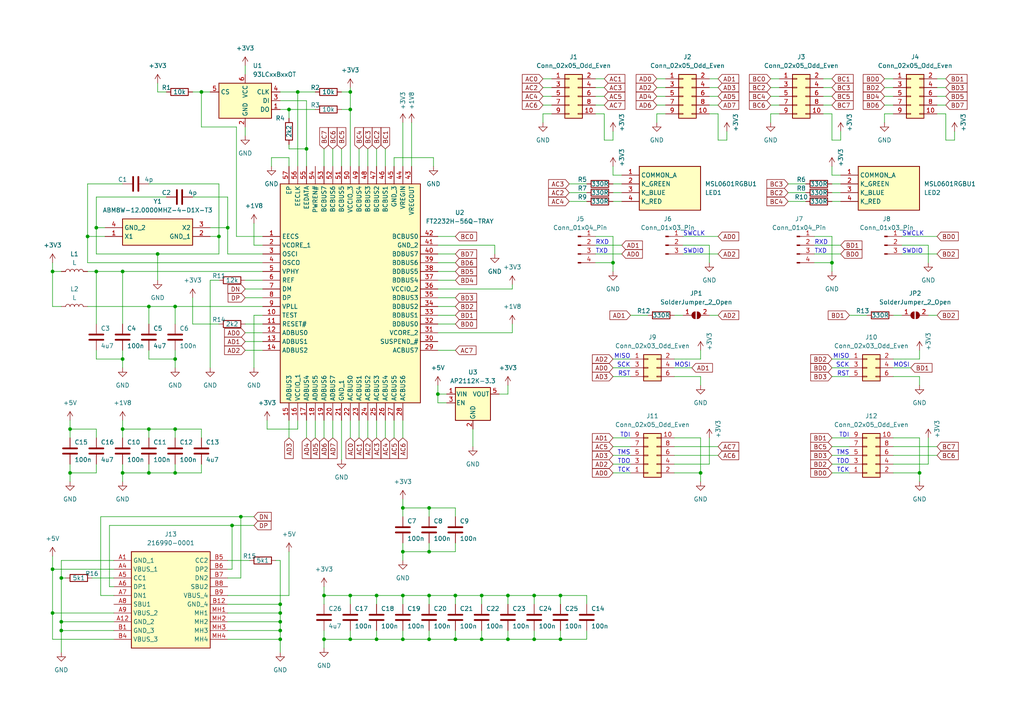
<source format=kicad_sch>
(kicad_sch (version 20230121) (generator eeschema)
  (paper "A4")
  (title_block (title "FTDI debug probe") (date "2023-07-19"))
  (junction (at 81.28 180.34))
  (junction (at 81.28 182.88))
  (junction (at 139.7 185.42))
  (junction (at 20.32 137.16))
  (junction (at 50.8 104.14))
  (junction (at 154.94 185.42))
  (junction (at 17.78 182.88))
  (junction (at 43.18 124.46))
  (junction (at 15.24 165.1))
  (junction (at 88.9 43.18))
  (junction (at 35.56 78.74))
  (junction (at 139.7 172.72))
  (junction (at 241.3 76.2))
  (junction (at 45.72 73.66))
  (junction (at 15.24 78.74))
  (junction (at 81.28 177.8))
  (junction (at 93.98 172.72))
  (junction (at 124.46 160.02))
  (junction (at 81.28 175.26))
  (junction (at 50.8 124.46))
  (junction (at 66.04 66.04))
  (junction (at 109.22 172.72))
  (junction (at 116.84 147.32))
  (junction (at 116.84 160.02))
  (junction (at 101.6 172.72))
  (junction (at 93.98 185.42))
  (junction (at 25.4 68.58))
  (junction (at 116.84 172.72))
  (junction (at 101.6 26.67))
  (junction (at 266.7 137.16))
  (junction (at 69.85 149.86))
  (junction (at 162.56 185.42))
  (junction (at 101.6 185.42))
  (junction (at 20.32 124.46))
  (junction (at 147.32 172.72))
  (junction (at 17.78 167.64))
  (junction (at 67.31 152.4))
  (junction (at 116.84 185.42))
  (junction (at 50.8 137.16))
  (junction (at 109.22 185.42))
  (junction (at 177.8 76.2))
  (junction (at 58.42 26.67))
  (junction (at 124.46 172.72))
  (junction (at 27.94 78.74))
  (junction (at 162.56 172.72))
  (junction (at 86.36 26.67))
  (junction (at 101.6 31.75))
  (junction (at 35.56 104.14))
  (junction (at 154.94 172.72))
  (junction (at 27.94 66.04))
  (junction (at 132.08 185.42))
  (junction (at 203.2 137.16))
  (junction (at 147.32 185.42))
  (junction (at 63.5 68.58))
  (junction (at 132.08 172.72))
  (junction (at 127 114.3))
  (junction (at 35.56 137.16))
  (junction (at 43.18 88.9))
  (junction (at 124.46 147.32))
  (junction (at 83.82 31.75))
  (junction (at 35.56 124.46))
  (junction (at 81.28 185.42))
  (junction (at 15.24 177.8))
  (junction (at 17.78 180.34))
  (junction (at 50.8 88.9))
  (junction (at 43.18 137.16))
  (junction (at 124.46 185.42))
  (wire (pts (xy 276.86 40.64) (xy 274.32 40.64)))
  (wire (pts (xy 170.18 172.72) (xy 170.18 175.26)))
  (wire (pts (xy 256.54 27.94) (xy 259.08 27.94)))
  (wire (pts (xy 83.82 41.91) (xy 83.82 43.18)))
  (wire (pts (xy 58.42 36.83) (xy 68.58 36.83)))
  (wire (pts (xy 116.84 144.78) (xy 116.84 147.32)))
  (wire (pts (xy 170.18 185.42) (xy 162.56 185.42)))
  (wire (pts (xy 259.08 127) (xy 266.7 127)))
  (wire (pts (xy 33.02 177.8) (xy 15.24 177.8)))
  (wire (pts (xy 99.06 43.18) (xy 99.06 48.26)))
  (wire (pts (xy 81.28 182.88) (xy 81.28 185.42)))
  (wire (pts (xy 109.22 172.72) (xy 109.22 175.26)))
  (wire (pts (xy 205.74 22.86) (xy 208.28 22.86)))
  (wire (pts (xy 26.67 167.64) (xy 33.02 167.64)))
  (wire (pts (xy 81.28 26.67) (xy 86.36 26.67)))
  (wire (pts (xy 83.82 34.29) (xy 83.82 31.75)))
  (wire (pts (xy 274.32 22.86) (xy 271.78 22.86)))
  (wire (pts (xy 17.78 182.88) (xy 33.02 182.88)))
  (wire (pts (xy 175.26 40.64) (xy 175.26 33.02)))
  (wire (pts (xy 43.18 134.62) (xy 43.18 137.16)))
  (wire (pts (xy 71.12 81.28) (xy 76.2 81.28)))
  (wire (pts (xy 148.59 83.82) (xy 148.59 82.55)))
  (wire (pts (xy 35.56 78.74) (xy 35.56 93.98)))
  (wire (pts (xy 81.28 180.34) (xy 81.28 182.88)))
  (wire (pts (xy 259.08 129.54) (xy 271.78 129.54)))
  (wire (pts (xy 101.6 182.88) (xy 101.6 185.42)))
  (wire (pts (xy 274.32 30.48) (xy 271.78 30.48)))
  (wire (pts (xy 132.08 147.32) (xy 124.46 147.32)))
  (wire (pts (xy 96.52 121.92) (xy 96.52 127)))
  (wire (pts (xy 170.18 172.72) (xy 162.56 172.72)))
  (wire (pts (xy 180.34 50.8) (xy 177.8 50.8)))
  (wire (pts (xy 86.36 124.46) (xy 86.36 121.92)))
  (wire (pts (xy 116.84 182.88) (xy 116.84 185.42)))
  (wire (pts (xy 256.54 25.4) (xy 259.08 25.4)))
  (wire (pts (xy 25.4 78.74) (xy 27.94 78.74)))
  (wire (pts (xy 124.46 175.26) (xy 124.46 172.72)))
  (wire (pts (xy 228.6 53.34) (xy 233.68 53.34)))
  (wire (pts (xy 132.08 172.72) (xy 124.46 172.72)))
  (wire (pts (xy 63.5 81.28) (xy 60.96 81.28)))
  (wire (pts (xy 160.02 33.02) (xy 157.48 33.02)))
  (wire (pts (xy 154.94 185.42) (xy 147.32 185.42)))
  (wire (pts (xy 172.72 30.48) (xy 175.26 30.48)))
  (wire (pts (xy 190.5 25.4) (xy 193.04 25.4)))
  (wire (pts (xy 157.48 30.48) (xy 160.02 30.48)))
  (wire (pts (xy 147.32 182.88) (xy 147.32 185.42)))
  (wire (pts (xy 165.1 53.34) (xy 170.18 53.34)))
  (wire (pts (xy 226.06 30.48) (xy 223.52 30.48)))
  (wire (pts (xy 68.58 68.58) (xy 76.2 68.58)))
  (wire (pts (xy 77.47 121.92) (xy 77.47 124.46)))
  (wire (pts (xy 27.94 57.15) (xy 27.94 66.04)))
  (wire (pts (xy 195.58 132.08) (xy 208.28 132.08)))
  (wire (pts (xy 101.6 31.75) (xy 101.6 48.26)))
  (wire (pts (xy 66.04 182.88) (xy 81.28 182.88)))
  (wire (pts (xy 236.22 71.12) (xy 243.84 71.12)))
  (wire (pts (xy 63.5 73.66) (xy 63.5 68.58)))
  (wire (pts (xy 266.7 109.22) (xy 266.7 111.76)))
  (wire (pts (xy 241.3 129.54) (xy 246.38 129.54)))
  (wire (pts (xy 241.3 109.22) (xy 246.38 109.22)))
  (wire (pts (xy 236.22 76.2) (xy 241.3 76.2)))
  (wire (pts (xy 66.04 180.34) (xy 81.28 180.34)))
  (wire (pts (xy 210.82 40.64) (xy 208.28 40.64)))
  (wire (pts (xy 45.72 24.13) (xy 45.72 26.67)))
  (wire (pts (xy 127 76.2) (xy 132.08 76.2)))
  (wire (pts (xy 266.7 127) (xy 266.7 137.16)))
  (wire (pts (xy 60.96 81.28) (xy 60.96 106.68)))
  (wire (pts (xy 73.66 91.44) (xy 76.2 91.44)))
  (wire (pts (xy 241.3 53.34) (xy 243.84 53.34)))
  (wire (pts (xy 226.06 33.02) (xy 223.52 33.02)))
  (wire (pts (xy 76.2 71.12) (xy 73.66 71.12)))
  (wire (pts (xy 27.94 104.14) (xy 35.56 104.14)))
  (wire (pts (xy 81.28 162.56) (xy 81.28 175.26)))
  (wire (pts (xy 91.44 121.92) (xy 91.44 127)))
  (wire (pts (xy 83.82 172.72) (xy 83.82 160.02)))
  (wire (pts (xy 154.94 172.72) (xy 147.32 172.72)))
  (wire (pts (xy 30.48 66.04) (xy 27.94 66.04)))
  (wire (pts (xy 172.72 76.2) (xy 177.8 76.2)))
  (wire (pts (xy 58.42 124.46) (xy 50.8 124.46)))
  (wire (pts (xy 157.48 33.02) (xy 157.48 35.56)))
  (wire (pts (xy 50.8 124.46) (xy 50.8 127)))
  (wire (pts (xy 33.02 165.1) (xy 15.24 165.1)))
  (wire (pts (xy 20.32 134.62) (xy 20.32 137.16)))
  (wire (pts (xy 129.54 116.84) (xy 127 116.84)))
  (wire (pts (xy 31.75 152.4) (xy 67.31 152.4)))
  (wire (pts (xy 31.75 170.18) (xy 31.75 152.4)))
  (wire (pts (xy 127 116.84) (xy 127 114.3)))
  (wire (pts (xy 71.12 101.6) (xy 76.2 101.6)))
  (wire (pts (xy 25.4 53.34) (xy 25.4 68.58)))
  (wire (pts (xy 88.9 43.18) (xy 88.9 48.26)))
  (wire (pts (xy 96.52 43.18) (xy 96.52 48.26)))
  (wire (pts (xy 17.78 78.74) (xy 15.24 78.74)))
  (wire (pts (xy 177.8 109.22) (xy 182.88 109.22)))
  (wire (pts (xy 93.98 43.18) (xy 93.98 48.26)))
  (wire (pts (xy 228.6 55.88) (xy 233.68 55.88)))
  (wire (pts (xy 170.18 182.88) (xy 170.18 185.42)))
  (wire (pts (xy 83.82 45.72) (xy 78.74 45.72)))
  (wire (pts (xy 45.72 73.66) (xy 63.5 73.66)))
  (wire (pts (xy 111.76 43.18) (xy 111.76 48.26)))
  (wire (pts (xy 241.3 50.8) (xy 241.3 48.26)))
  (wire (pts (xy 63.5 53.34) (xy 63.5 68.58)))
  (wire (pts (xy 190.5 22.86) (xy 193.04 22.86)))
  (wire (pts (xy 58.42 26.67) (xy 60.96 26.67)))
  (wire (pts (xy 83.82 121.92) (xy 83.82 127)))
  (wire (pts (xy 15.24 88.9) (xy 15.24 78.74)))
  (wire (pts (xy 243.84 38.1) (xy 243.84 40.64)))
  (wire (pts (xy 43.18 124.46) (xy 35.56 124.46)))
  (wire (pts (xy 45.72 81.28) (xy 45.72 73.66)))
  (wire (pts (xy 132.08 182.88) (xy 132.08 185.42)))
  (wire (pts (xy 81.28 175.26) (xy 81.28 177.8)))
  (wire (pts (xy 116.84 185.42) (xy 109.22 185.42)))
  (wire (pts (xy 43.18 88.9) (xy 50.8 88.9)))
  (wire (pts (xy 177.8 106.68) (xy 182.88 106.68)))
  (wire (pts (xy 172.72 68.58) (xy 177.8 68.58)))
  (wire (pts (xy 139.7 172.72) (xy 139.7 175.26)))
  (wire (pts (xy 35.56 78.74) (xy 76.2 78.74)))
  (wire (pts (xy 71.12 19.05) (xy 71.12 21.59)))
  (wire (pts (xy 259.08 109.22) (xy 266.7 109.22)))
  (wire (pts (xy 205.74 134.62) (xy 195.58 134.62)))
  (wire (pts (xy 124.46 185.42) (xy 116.84 185.42)))
  (wire (pts (xy 147.32 114.3) (xy 144.78 114.3)))
  (wire (pts (xy 93.98 175.26) (xy 93.98 172.72)))
  (wire (pts (xy 15.24 177.8) (xy 15.24 165.1)))
  (wire (pts (xy 17.78 162.56) (xy 33.02 162.56)))
  (wire (pts (xy 165.1 58.42) (xy 170.18 58.42)))
  (wire (pts (xy 200.66 106.68) (xy 195.58 106.68)))
  (wire (pts (xy 266.7 101.6) (xy 266.7 104.14)))
  (wire (pts (xy 195.58 137.16) (xy 203.2 137.16)))
  (wire (pts (xy 19.05 167.64) (xy 17.78 167.64)))
  (wire (pts (xy 137.16 124.46) (xy 137.16 129.54)))
  (wire (pts (xy 50.8 88.9) (xy 50.8 93.98)))
  (wire (pts (xy 66.04 57.15) (xy 66.04 66.04)))
  (wire (pts (xy 27.94 137.16) (xy 20.32 137.16)))
  (wire (pts (xy 69.85 167.64) (xy 66.04 167.64)))
  (wire (pts (xy 116.84 172.72) (xy 116.84 175.26)))
  (wire (pts (xy 241.3 58.42) (xy 243.84 58.42)))
  (wire (pts (xy 241.3 27.94) (xy 238.76 27.94)))
  (wire (pts (xy 48.26 57.15) (xy 27.94 57.15)))
  (wire (pts (xy 143.51 71.12) (xy 127 71.12)))
  (wire (pts (xy 195.58 129.54) (xy 208.28 129.54)))
  (wire (pts (xy 25.4 68.58) (xy 30.48 68.58)))
  (wire (pts (xy 124.46 172.72) (xy 116.84 172.72)))
  (wire (pts (xy 27.94 73.66) (xy 45.72 73.66)))
  (wire (pts (xy 236.22 73.66) (xy 243.84 73.66)))
  (wire (pts (xy 143.51 73.66) (xy 143.51 71.12)))
  (wire (pts (xy 127 93.98) (xy 132.08 93.98)))
  (wire (pts (xy 195.58 91.44) (xy 198.12 91.44)))
  (wire (pts (xy 241.3 104.14) (xy 246.38 104.14)))
  (wire (pts (xy 203.2 104.14) (xy 195.58 104.14)))
  (wire (pts (xy 139.7 182.88) (xy 139.7 185.42)))
  (wire (pts (xy 45.72 26.67) (xy 48.26 26.67)))
  (wire (pts (xy 106.68 43.18) (xy 106.68 48.26)))
  (wire (pts (xy 198.12 71.12) (xy 205.74 71.12)))
  (wire (pts (xy 50.8 88.9) (xy 76.2 88.9)))
  (wire (pts (xy 93.98 185.42) (xy 93.98 187.96)))
  (wire (pts (xy 111.76 121.92) (xy 111.76 127)))
  (wire (pts (xy 241.3 137.16) (xy 246.38 137.16)))
  (wire (pts (xy 81.28 31.75) (xy 83.82 31.75)))
  (wire (pts (xy 101.6 121.92) (xy 101.6 127)))
  (wire (pts (xy 58.42 127) (xy 58.42 124.46)))
  (wire (pts (xy 69.85 149.86) (xy 73.66 149.86)))
  (wire (pts (xy 88.9 29.21) (xy 88.9 43.18)))
  (wire (pts (xy 274.32 33.02) (xy 271.78 33.02)))
  (wire (pts (xy 93.98 170.18) (xy 93.98 172.72)))
  (wire (pts (xy 116.84 160.02) (xy 124.46 160.02)))
  (wire (pts (xy 223.52 33.02) (xy 223.52 35.56)))
  (wire (pts (xy 276.86 38.1) (xy 276.86 40.64)))
  (wire (pts (xy 177.8 134.62) (xy 182.88 134.62)))
  (wire (pts (xy 157.48 22.86) (xy 160.02 22.86)))
  (wire (pts (xy 125.73 48.26) (xy 125.73 45.72)))
  (wire (pts (xy 177.8 129.54) (xy 182.88 129.54)))
  (wire (pts (xy 66.04 172.72) (xy 83.82 172.72)))
  (wire (pts (xy 241.3 30.48) (xy 238.76 30.48)))
  (wire (pts (xy 50.8 134.62) (xy 50.8 137.16)))
  (wire (pts (xy 67.31 152.4) (xy 73.66 152.4)))
  (wire (pts (xy 264.16 106.68) (xy 259.08 106.68)))
  (wire (pts (xy 124.46 147.32) (xy 124.46 149.86)))
  (wire (pts (xy 148.59 96.52) (xy 127 96.52)))
  (wire (pts (xy 241.3 25.4) (xy 238.76 25.4)))
  (wire (pts (xy 50.8 104.14) (xy 50.8 106.68)))
  (wire (pts (xy 20.32 137.16) (xy 20.32 139.7)))
  (wire (pts (xy 127 88.9) (xy 132.08 88.9)))
  (wire (pts (xy 114.3 121.92) (xy 114.3 127)))
  (wire (pts (xy 83.82 31.75) (xy 91.44 31.75)))
  (wire (pts (xy 17.78 88.9) (xy 15.24 88.9)))
  (wire (pts (xy 35.56 137.16) (xy 35.56 139.7)))
  (wire (pts (xy 17.78 180.34) (xy 17.78 182.88)))
  (wire (pts (xy 77.47 124.46) (xy 86.36 124.46)))
  (wire (pts (xy 17.78 167.64) (xy 17.78 180.34)))
  (wire (pts (xy 55.88 57.15) (xy 66.04 57.15)))
  (wire (pts (xy 29.21 172.72) (xy 29.21 149.86)))
  (wire (pts (xy 241.3 40.64) (xy 241.3 33.02)))
  (wire (pts (xy 81.28 177.8) (xy 81.28 180.34)))
  (wire (pts (xy 205.74 25.4) (xy 208.28 25.4)))
  (wire (pts (xy 157.48 27.94) (xy 160.02 27.94)))
  (wire (pts (xy 27.94 124.46) (xy 20.32 124.46)))
  (wire (pts (xy 124.46 147.32) (xy 116.84 147.32)))
  (wire (pts (xy 101.6 26.67) (xy 101.6 31.75)))
  (wire (pts (xy 148.59 93.98) (xy 148.59 96.52)))
  (wire (pts (xy 109.22 172.72) (xy 101.6 172.72)))
  (wire (pts (xy 66.04 175.26) (xy 81.28 175.26)))
  (wire (pts (xy 104.14 43.18) (xy 104.14 48.26)))
  (wire (pts (xy 68.58 36.83) (xy 68.58 68.58)))
  (wire (pts (xy 177.8 127) (xy 182.88 127)))
  (wire (pts (xy 43.18 137.16) (xy 35.56 137.16)))
  (wire (pts (xy 203.2 127) (xy 203.2 137.16)))
  (wire (pts (xy 58.42 26.67) (xy 58.42 36.83)))
  (wire (pts (xy 55.88 26.67) (xy 58.42 26.67)))
  (wire (pts (xy 43.18 101.6) (xy 43.18 104.14)))
  (wire (pts (xy 15.24 185.42) (xy 15.24 177.8)))
  (wire (pts (xy 190.5 30.48) (xy 193.04 30.48)))
  (wire (pts (xy 139.7 185.42) (xy 132.08 185.42)))
  (wire (pts (xy 172.72 71.12) (xy 180.34 71.12)))
  (wire (pts (xy 157.48 25.4) (xy 160.02 25.4)))
  (wire (pts (xy 25.4 88.9) (xy 43.18 88.9)))
  (wire (pts (xy 15.24 165.1) (xy 15.24 161.29)))
  (wire (pts (xy 175.26 33.02) (xy 172.72 33.02)))
  (wire (pts (xy 67.31 152.4) (xy 67.31 165.1)))
  (wire (pts (xy 69.85 149.86) (xy 69.85 167.64)))
  (wire (pts (xy 106.68 121.92) (xy 106.68 127)))
  (wire (pts (xy 17.78 167.64) (xy 17.78 162.56)))
  (wire (pts (xy 20.32 124.46) (xy 20.32 127)))
  (wire (pts (xy 66.04 162.56) (xy 72.39 162.56)))
  (wire (pts (xy 172.72 25.4) (xy 175.26 25.4)))
  (wire (pts (xy 190.5 27.94) (xy 193.04 27.94)))
  (wire (pts (xy 67.31 165.1) (xy 66.04 165.1)))
  (wire (pts (xy 172.72 22.86) (xy 175.26 22.86)))
  (wire (pts (xy 35.56 101.6) (xy 35.56 104.14)))
  (wire (pts (xy 226.06 22.86) (xy 223.52 22.86)))
  (wire (pts (xy 20.32 121.92) (xy 20.32 124.46)))
  (wire (pts (xy 269.24 134.62) (xy 259.08 134.62)))
  (wire (pts (xy 241.3 127) (xy 246.38 127)))
  (wire (pts (xy 228.6 58.42) (xy 233.68 58.42)))
  (wire (pts (xy 274.32 25.4) (xy 271.78 25.4)))
  (wire (pts (xy 35.56 78.74) (xy 27.94 78.74)))
  (wire (pts (xy 17.78 180.34) (xy 33.02 180.34)))
  (wire (pts (xy 127 91.44) (xy 132.08 91.44)))
  (wire (pts (xy 119.38 35.56) (xy 119.38 48.26)))
  (wire (pts (xy 208.28 33.02) (xy 205.74 33.02)))
  (wire (pts (xy 259.08 137.16) (xy 266.7 137.16)))
  (wire (pts (xy 50.8 101.6) (xy 50.8 104.14)))
  (wire (pts (xy 43.18 93.98) (xy 43.18 88.9)))
  (wire (pts (xy 27.94 127) (xy 27.94 124.46)))
  (wire (pts (xy 195.58 127) (xy 203.2 127)))
  (wire (pts (xy 116.84 121.92) (xy 116.84 127)))
  (wire (pts (xy 63.5 68.58) (xy 60.96 68.58)))
  (wire (pts (xy 172.72 73.66) (xy 180.34 73.66)))
  (wire (pts (xy 210.82 38.1) (xy 210.82 40.64)))
  (wire (pts (xy 93.98 172.72) (xy 101.6 172.72)))
  (wire (pts (xy 147.32 185.42) (xy 139.7 185.42)))
  (wire (pts (xy 154.94 182.88) (xy 154.94 185.42)))
  (wire (pts (xy 261.62 68.58) (xy 271.78 68.58)))
  (wire (pts (xy 132.08 160.02) (xy 132.08 157.48)))
  (wire (pts (xy 162.56 182.88) (xy 162.56 185.42)))
  (wire (pts (xy 190.5 33.02) (xy 190.5 35.56)))
  (wire (pts (xy 162.56 172.72) (xy 154.94 172.72)))
  (wire (pts (xy 27.94 134.62) (xy 27.94 137.16)))
  (wire (pts (xy 66.04 66.04) (xy 60.96 66.04)))
  (wire (pts (xy 99.06 26.67) (xy 101.6 26.67)))
  (wire (pts (xy 99.06 31.75) (xy 101.6 31.75)))
  (wire (pts (xy 208.28 40.64) (xy 208.28 33.02)))
  (wire (pts (xy 81.28 185.42) (xy 81.28 189.23)))
  (wire (pts (xy 76.2 76.2) (xy 25.4 76.2)))
  (wire (pts (xy 177.8 132.08) (xy 182.88 132.08)))
  (wire (pts (xy 35.56 134.62) (xy 35.56 137.16)))
  (wire (pts (xy 116.84 35.56) (xy 116.84 48.26)))
  (wire (pts (xy 101.6 172.72) (xy 101.6 175.26)))
  (wire (pts (xy 33.02 185.42) (xy 15.24 185.42)))
  (wire (pts (xy 269.24 71.12) (xy 269.24 76.2)))
  (wire (pts (xy 33.02 172.72) (xy 29.21 172.72)))
  (wire (pts (xy 104.14 121.92) (xy 104.14 127)))
  (wire (pts (xy 55.88 86.36) (xy 55.88 93.98)))
  (wire (pts (xy 243.84 50.8) (xy 241.3 50.8)))
  (wire (pts (xy 66.04 73.66) (xy 76.2 73.66)))
  (wire (pts (xy 127 111.76) (xy 127 114.3)))
  (wire (pts (xy 241.3 55.88) (xy 243.84 55.88)))
  (wire (pts (xy 241.3 22.86) (xy 238.76 22.86)))
  (wire (pts (xy 261.62 71.12) (xy 269.24 71.12)))
  (wire (pts (xy 93.98 182.88) (xy 93.98 185.42)))
  (wire (pts (xy 147.32 172.72) (xy 147.32 175.26)))
  (wire (pts (xy 193.04 33.02) (xy 190.5 33.02)))
  (wire (pts (xy 205.74 71.12) (xy 205.74 76.2)))
  (wire (pts (xy 78.74 45.72) (xy 78.74 48.26)))
  (wire (pts (xy 226.06 25.4) (xy 223.52 25.4)))
  (wire (pts (xy 81.28 29.21) (xy 88.9 29.21)))
  (wire (pts (xy 127 86.36) (xy 132.08 86.36)))
  (wire (pts (xy 17.78 182.88) (xy 17.78 189.23)))
  (wire (pts (xy 15.24 78.74) (xy 15.24 76.2)))
  (wire (pts (xy 203.2 101.6) (xy 203.2 104.14)))
  (wire (pts (xy 241.3 76.2) (xy 241.3 78.74)))
  (wire (pts (xy 177.8 38.1) (xy 177.8 40.64)))
  (wire (pts (xy 71.12 83.82) (xy 76.2 83.82)))
  (wire (pts (xy 109.22 121.92) (xy 109.22 127)))
  (wire (pts (xy 177.8 40.64) (xy 175.26 40.64)))
  (wire (pts (xy 266.7 104.14) (xy 259.08 104.14)))
  (wire (pts (xy 35.56 53.34) (xy 25.4 53.34)))
  (wire (pts (xy 127 81.28) (xy 132.08 81.28)))
  (wire (pts (xy 86.36 26.67) (xy 86.36 48.26)))
  (wire (pts (xy 50.8 124.46) (xy 43.18 124.46)))
  (wire (pts (xy 25.4 76.2) (xy 25.4 68.58)))
  (wire (pts (xy 241.3 134.62) (xy 246.38 134.62)))
  (wire (pts (xy 259.08 33.02) (xy 256.54 33.02)))
  (wire (pts (xy 259.08 132.08) (xy 271.78 132.08)))
  (wire (pts (xy 127 83.82) (xy 148.59 83.82)))
  (wire (pts (xy 198.12 68.58) (xy 208.28 68.58)))
  (wire (pts (xy 177.8 55.88) (xy 180.34 55.88)))
  (wire (pts (xy 66.04 177.8) (xy 81.28 177.8)))
  (wire (pts (xy 29.21 149.86) (xy 69.85 149.86)))
  (wire (pts (xy 259.08 91.44) (xy 261.62 91.44)))
  (wire (pts (xy 177.8 137.16) (xy 182.88 137.16)))
  (wire (pts (xy 226.06 27.94) (xy 223.52 27.94)))
  (wire (pts (xy 127 68.58) (xy 132.08 68.58)))
  (wire (pts (xy 66.04 185.42) (xy 81.28 185.42)))
  (wire (pts (xy 83.82 48.26) (xy 83.82 45.72)))
  (wire (pts (xy 58.42 137.16) (xy 50.8 137.16)))
  (wire (pts (xy 269.24 91.44) (xy 271.78 91.44)))
  (wire (pts (xy 132.08 172.72) (xy 132.08 175.26)))
  (wire (pts (xy 177.8 50.8) (xy 177.8 48.26)))
  (wire (pts (xy 147.32 111.76) (xy 147.32 114.3)))
  (wire (pts (xy 83.82 43.18) (xy 88.9 43.18)))
  (wire (pts (xy 116.84 157.48) (xy 116.84 160.02)))
  (wire (pts (xy 127 114.3) (xy 129.54 114.3)))
  (wire (pts (xy 71.12 36.83) (xy 71.12 39.37)))
  (wire (pts (xy 205.74 27.94) (xy 208.28 27.94)))
  (wire (pts (xy 109.22 182.88) (xy 109.22 185.42)))
  (wire (pts (xy 162.56 185.42) (xy 154.94 185.42)))
  (wire (pts (xy 43.18 104.14) (xy 50.8 104.14)))
  (wire (pts (xy 43.18 53.34) (xy 63.5 53.34)))
  (wire (pts (xy 139.7 172.72) (xy 132.08 172.72)))
  (wire (pts (xy 132.08 149.86) (xy 132.08 147.32)))
  (wire (pts (xy 66.04 66.04) (xy 66.04 73.66)))
  (wire (pts (xy 205.74 30.48) (xy 208.28 30.48)))
  (wire (pts (xy 127 78.74) (xy 132.08 78.74)))
  (wire (pts (xy 50.8 137.16) (xy 43.18 137.16)))
  (wire (pts (xy 31.75 170.18) (xy 33.02 170.18)))
  (wire (pts (xy 165.1 55.88) (xy 170.18 55.88)))
  (wire (pts (xy 274.32 27.94) (xy 271.78 27.94)))
  (wire (pts (xy 71.12 99.06) (xy 76.2 99.06)))
  (wire (pts (xy 241.3 132.08) (xy 246.38 132.08)))
  (wire (pts (xy 125.73 45.72) (xy 114.3 45.72)))
  (wire (pts (xy 256.54 33.02) (xy 256.54 35.56)))
  (wire (pts (xy 124.46 157.48) (xy 124.46 160.02)))
  (wire (pts (xy 35.56 124.46) (xy 35.56 127)))
  (wire (pts (xy 177.8 104.14) (xy 182.88 104.14)))
  (wire (pts (xy 127 101.6) (xy 132.08 101.6)))
  (wire (pts (xy 124.46 182.88) (xy 124.46 185.42)))
  (wire (pts (xy 27.94 93.98) (xy 27.94 78.74)))
  (wire (pts (xy 86.36 26.67) (xy 91.44 26.67)))
  (wire (pts (xy 116.84 147.32) (xy 116.84 149.86)))
  (wire (pts (xy 203.2 109.22) (xy 203.2 111.76)))
  (wire (pts (xy 177.8 76.2) (xy 177.8 78.74)))
  (wire (pts (xy 27.94 66.04) (xy 27.94 73.66)))
  (wire (pts (xy 241.3 106.68) (xy 246.38 106.68)))
  (wire (pts (xy 27.94 101.6) (xy 27.94 104.14)))
  (wire (pts (xy 71.12 86.36) (xy 76.2 86.36)))
  (wire (pts (xy 101.6 25.4) (xy 101.6 26.67)))
  (wire (pts (xy 274.32 40.64) (xy 274.32 33.02)))
  (wire (pts (xy 147.32 172.72) (xy 139.7 172.72)))
  (wire (pts (xy 256.54 22.86) (xy 259.08 22.86)))
  (wire (pts (xy 99.06 121.92) (xy 99.06 133.35)))
  (wire (pts (xy 261.62 73.66) (xy 271.78 73.66)))
  (wire (pts (xy 182.88 91.44) (xy 187.96 91.44)))
  (wire (pts (xy 266.7 137.16) (xy 266.7 139.7)))
  (wire (pts (xy 205.74 127) (xy 205.74 134.62)))
  (wire (pts (xy 246.38 91.44) (xy 251.46 91.44)))
  (wire (pts (xy 116.84 160.02) (xy 116.84 162.56)))
  (wire (pts (xy 73.66 106.68) (xy 73.66 91.44)))
  (wire (pts (xy 162.56 172.72) (xy 162.56 175.26)))
  (wire (pts (xy 124.46 160.02) (xy 132.08 160.02)))
  (wire (pts (xy 71.12 93.98) (xy 76.2 93.98)))
  (wire (pts (xy 236.22 68.58) (xy 241.3 68.58)))
  (wire (pts (xy 109.22 185.42) (xy 101.6 185.42)))
  (wire (pts (xy 177.8 58.42) (xy 180.34 58.42)))
  (wire (pts (xy 203.2 137.16) (xy 203.2 139.7)))
  (wire (pts (xy 172.72 27.94) (xy 175.26 27.94)))
  (wire (pts (xy 93.98 185.42) (xy 101.6 185.42)))
  (wire (pts (xy 198.12 73.66) (xy 208.28 73.66)))
  (wire (pts (xy 243.84 40.64) (xy 241.3 40.64)))
  (wire (pts (xy 195.58 109.22) (xy 203.2 109.22)))
  (wire (pts (xy 71.12 96.52) (xy 76.2 96.52)))
  (wire (pts (xy 154.94 175.26) (xy 154.94 172.72)))
  (wire (pts (xy 114.3 45.72) (xy 114.3 48.26)))
  (wire (pts (xy 58.42 134.62) (xy 58.42 137.16)))
  (wire (pts (xy 177.8 68.58) (xy 177.8 76.2)))
  (wire (pts (xy 35.56 121.92) (xy 35.56 124.46)))
  (wire (pts (xy 73.66 71.12) (xy 73.66 64.77)))
  (wire (pts (xy 93.98 121.92) (xy 93.98 127)))
  (wire (pts (xy 35.56 104.14) (xy 35.56 106.68)))
  (wire (pts (xy 132.08 185.42) (xy 124.46 185.42)))
  (wire (pts (xy 43.18 127) (xy 43.18 124.46)))
  (wire (pts (xy 241.3 68.58) (xy 241.3 76.2)))
  (wire (pts (xy 116.84 172.72) (xy 109.22 172.72)))
  (wire (pts (xy 109.22 43.18) (xy 109.22 48.26)))
  (wire (pts (xy 256.54 30.48) (xy 259.08 30.48)))
  (wire (pts (xy 88.9 121.92) (xy 88.9 127)))
  (wire (pts (xy 269.24 127) (xy 269.24 134.62)))
  (wire (pts (xy 127 73.66) (xy 132.08 73.66)))
  (wire (pts (xy 205.74 91.44) (xy 208.28 91.44)))
  (wire (pts (xy 241.3 33.02) (xy 238.76 33.02)))
  (wire (pts (xy 55.88 93.98) (xy 63.5 93.98)))
  (wire (pts (xy 81.28 162.56) (xy 80.01 162.56)))
  (wire (pts (xy 177.8 53.34) (xy 180.34 53.34)))
  (text "TDO" (at 246.38 134.62 0) (effects (font (size 1.27 1.27)) (justify right bottom)))
  (text "SWCLK" (at 198.12 68.58 0) (effects (font (size 1.27 1.27)) (justify left bottom)))
  (text "RXD" (at 172.72 71.12 0) (effects (font (size 1.27 1.27)) (justify left bottom)))
  (text "TCK" (at 182.88 137.16 0) (effects (font (size 1.27 1.27)) (justify right bottom)))
  (text "RST" (at 182.88 109.22 0) (effects (font (size 1.27 1.27)) (justify right bottom)))
  (text "TXD" (at 236.22 73.66 0) (effects (font (size 1.27 1.27)) (justify left bottom)))
  (text "TDO" (at 182.88 134.62 0) (effects (font (size 1.27 1.27)) (justify right bottom)))
  (text "SCK" (at 246.38 106.68 0) (effects (font (size 1.27 1.27)) (justify right bottom)))
  (text "TDI" (at 182.88 127 0) (effects (font (size 1.27 1.27)) (justify right bottom)))
  (text "RXD" (at 236.22 71.12 0) (effects (font (size 1.27 1.27)) (justify left bottom)))
  (text "SWDIO" (at 198.12 73.66 0) (effects (font (size 1.27 1.27)) (justify left bottom)))
  (text "SWCLK" (at 261.62 68.58 0) (effects (font (size 1.27 1.27)) (justify left bottom)))
  (text "TDI" (at 246.38 127 0) (effects (font (size 1.27 1.27)) (justify right bottom)))
  (text "TCK" (at 246.38 137.16 0) (effects (font (size 1.27 1.27)) (justify right bottom)))
  (text "MISO" (at 182.88 104.14 0) (effects (font (size 1.27 1.27)) (justify right bottom)))
  (text "SCK" (at 182.88 106.68 0) (effects (font (size 1.27 1.27)) (justify right bottom)))
  (text "TXD" (at 172.72 73.66 0) (effects (font (size 1.27 1.27)) (justify left bottom)))
  (text "SWDIO" (at 261.62 73.66 0) (effects (font (size 1.27 1.27)) (justify left bottom)))
  (text "MOSI" (at 259.08 106.68 0) (effects (font (size 1.27 1.27)) (justify left bottom)))
  (text "TMS" (at 182.88 132.08 0) (effects (font (size 1.27 1.27)) (justify right bottom)))
  (text "MISO" (at 246.38 104.14 0) (effects (font (size 1.27 1.27)) (justify right bottom)))
  (text "TMS" (at 246.38 132.08 0) (effects (font (size 1.27 1.27)) (justify right bottom)))
  (text "RST" (at 246.38 109.22 0) (effects (font (size 1.27 1.27)) (justify right bottom)))
  (text "MOSI" (at 195.58 106.68 0) (effects (font (size 1.27 1.27)) (justify left bottom)))
  (global_label "BC2" (shape input) (at 223.52 25.4 180) (property "Intersheetrefs" "${INTERSHEET_REFS}" (effects hide)))
  (global_label "BD3" (shape input) (at 274.32 25.4 0) (property "Intersheetrefs" "${INTERSHEET_REFS}" (effects hide)))
  (global_label "AD3" (shape input) (at 177.8 109.22 180) (property "Intersheetrefs" "${INTERSHEET_REFS}" (effects hide)))
  (global_label "BC2" (shape input) (at 109.22 43.18 90) (property "Intersheetrefs" "${INTERSHEET_REFS}" (effects hide)))
  (global_label "AD1" (shape input) (at 200.66 106.68 0) (property "Intersheetrefs" "${INTERSHEET_REFS}" (effects hide)))
  (global_label "BD2" (shape input) (at 256.54 25.4 180) (property "Intersheetrefs" "${INTERSHEET_REFS}" (effects hide)))
  (global_label "AD3" (shape input) (at 177.8 132.08 180) (property "Intersheetrefs" "${INTERSHEET_REFS}" (effects hide)))
  (global_label "BD3" (shape input) (at 241.3 132.08 180) (property "Intersheetrefs" "${INTERSHEET_REFS}" (effects hide)))
  (global_label "AC1" (shape input) (at 104.14 127 270) (property "Intersheetrefs" "${INTERSHEET_REFS}" (effects hide)))
  (global_label "BD2" (shape input) (at 271.78 91.44 0) (property "Intersheetrefs" "${INTERSHEET_REFS}" (effects hide)))
  (global_label "BC0" (shape input) (at 223.52 22.86 180) (property "Intersheetrefs" "${INTERSHEET_REFS}" (effects hide)))
  (global_label "BC3" (shape input) (at 228.6 53.34 180) (property "Intersheetrefs" "${INTERSHEET_REFS}" (effects hide)))
  (global_label "AD7" (shape input) (at 96.52 127 270) (property "Intersheetrefs" "${INTERSHEET_REFS}" (effects hide)))
  (global_label "BC6" (shape input) (at 96.52 43.18 90) (property "Intersheetrefs" "${INTERSHEET_REFS}" (effects hide)))
  (global_label "AD0" (shape input) (at 177.8 137.16 180) (property "Intersheetrefs" "${INTERSHEET_REFS}" (effects hide)))
  (global_label "AC6" (shape input) (at 208.28 132.08 0) (property "Intersheetrefs" "${INTERSHEET_REFS}" (effects hide)))
  (global_label "BD2" (shape input) (at 241.3 104.14 180) (property "Intersheetrefs" "${INTERSHEET_REFS}" (effects hide)))
  (global_label "BD6" (shape input) (at 132.08 76.2 0) (property "Intersheetrefs" "${INTERSHEET_REFS}" (effects hide)))
  (global_label "BD4" (shape input) (at 132.08 81.28 0) (property "Intersheetrefs" "${INTERSHEET_REFS}" (effects hide)))
  (global_label "BD0" (shape input) (at 256.54 22.86 180) (property "Intersheetrefs" "${INTERSHEET_REFS}" (effects hide)))
  (global_label "AD2" (shape input) (at 71.12 101.6 180) (property "Intersheetrefs" "${INTERSHEET_REFS}" (effects hide)))
  (global_label "BD1" (shape input) (at 264.16 106.68 0) (property "Intersheetrefs" "${INTERSHEET_REFS}" (effects hide)))
  (global_label "BC6" (shape input) (at 271.78 132.08 0) (property "Intersheetrefs" "${INTERSHEET_REFS}" (effects hide)))
  (global_label "BC3" (shape input) (at 241.3 25.4 0) (property "Intersheetrefs" "${INTERSHEET_REFS}" (effects hide)))
  (global_label "AC5" (shape input) (at 177.8 129.54 180) (property "Intersheetrefs" "${INTERSHEET_REFS}" (effects hide)))
  (global_label "BC5" (shape input) (at 241.3 129.54 180) (property "Intersheetrefs" "${INTERSHEET_REFS}" (effects hide)))
  (global_label "AD7" (shape input) (at 208.28 30.48 0) (property "Intersheetrefs" "${INTERSHEET_REFS}" (effects hide)))
  (global_label "BD0" (shape input) (at 241.3 137.16 180) (property "Intersheetrefs" "${INTERSHEET_REFS}" (effects hide)))
  (global_label "AC6" (shape input) (at 157.48 30.48 180) (property "Intersheetrefs" "${INTERSHEET_REFS}" (effects hide)))
  (global_label "BD0" (shape input) (at 271.78 68.58 0) (property "Intersheetrefs" "${INTERSHEET_REFS}" (effects hide)))
  (global_label "AD2" (shape input) (at 208.28 91.44 0) (property "Intersheetrefs" "${INTERSHEET_REFS}" (effects hide)))
  (global_label "BD3" (shape input) (at 132.08 86.36 0) (property "Intersheetrefs" "${INTERSHEET_REFS}" (effects hide)))
  (global_label "AC2" (shape input) (at 106.68 127 270) (property "Intersheetrefs" "${INTERSHEET_REFS}" (effects hide)))
  (global_label "AD1" (shape input) (at 180.34 71.12 0) (property "Intersheetrefs" "${INTERSHEET_REFS}" (effects hide)))
  (global_label "BD1" (shape input) (at 132.08 91.44 0) (property "Intersheetrefs" "${INTERSHEET_REFS}" (effects hide)))
  (global_label "AC7" (shape input) (at 132.08 101.6 0) (property "Intersheetrefs" "${INTERSHEET_REFS}" (effects hide)))
  (global_label "AD2" (shape input) (at 177.8 134.62 180) (property "Intersheetrefs" "${INTERSHEET_REFS}" (effects hide)))
  (global_label "AC4" (shape input) (at 165.1 58.42 180) (property "Intersheetrefs" "${INTERSHEET_REFS}" (effects hide)))
  (global_label "AD0" (shape input) (at 180.34 73.66 0) (property "Intersheetrefs" "${INTERSHEET_REFS}" (effects hide)))
  (global_label "BD2" (shape input) (at 271.78 73.66 0) (property "Intersheetrefs" "${INTERSHEET_REFS}" (effects hide)))
  (global_label "BD7" (shape input) (at 132.08 73.66 0) (property "Intersheetrefs" "${INTERSHEET_REFS}" (effects hide)))
  (global_label "BD0" (shape input) (at 243.84 73.66 0) (property "Intersheetrefs" "${INTERSHEET_REFS}" (effects hide)))
  (global_label "BC4" (shape input) (at 104.14 43.18 90) (property "Intersheetrefs" "${INTERSHEET_REFS}" (effects hide)))
  (global_label "AD2" (shape input) (at 190.5 25.4 180) (property "Intersheetrefs" "${INTERSHEET_REFS}" (effects hide)))
  (global_label "AC3" (shape input) (at 175.26 25.4 0) (property "Intersheetrefs" "${INTERSHEET_REFS}" (effects hide)))
  (global_label "AC3" (shape input) (at 109.22 127 270) (property "Intersheetrefs" "${INTERSHEET_REFS}" (effects hide)))
  (global_label "BC1" (shape input) (at 241.3 22.86 0) (property "Intersheetrefs" "${INTERSHEET_REFS}" (effects hide)))
  (global_label "AD1" (shape input) (at 208.28 22.86 0) (property "Intersheetrefs" "${INTERSHEET_REFS}" (effects hide)))
  (global_label "AD5" (shape input) (at 91.44 127 270) (property "Intersheetrefs" "${INTERSHEET_REFS}" (effects hide)))
  (global_label "BC2" (shape input) (at 228.6 55.88 180) (property "Intersheetrefs" "${INTERSHEET_REFS}" (effects hide)))
  (global_label "AD1" (shape input) (at 71.12 99.06 180) (property "Intersheetrefs" "${INTERSHEET_REFS}" (effects hide)))
  (global_label "AD0" (shape input) (at 190.5 22.86 180) (property "Intersheetrefs" "${INTERSHEET_REFS}" (effects hide)))
  (global_label "BD3" (shape input) (at 241.3 109.22 180) (property "Intersheetrefs" "${INTERSHEET_REFS}" (effects hide)))
  (global_label "AD6" (shape input) (at 190.5 30.48 180) (property "Intersheetrefs" "${INTERSHEET_REFS}" (effects hide)))
  (global_label "BD5" (shape input) (at 274.32 27.94 0) (property "Intersheetrefs" "${INTERSHEET_REFS}" (effects hide)))
  (global_label "DN" (shape input) (at 71.12 83.82 180) (property "Intersheetrefs" "${INTERSHEET_REFS}" (effects hide)))
  (global_label "AD5" (shape input) (at 208.28 27.94 0) (property "Intersheetrefs" "${INTERSHEET_REFS}" (effects hide)))
  (global_label "AC0" (shape input) (at 101.6 127 270) (property "Intersheetrefs" "${INTERSHEET_REFS}" (effects hide)))
  (global_label "BD1" (shape input) (at 243.84 71.12 0) (property "Intersheetrefs" "${INTERSHEET_REFS}" (effects hide)))
  (global_label "BC1" (shape input) (at 111.76 43.18 90) (property "Intersheetrefs" "${INTERSHEET_REFS}" (effects hide)))
  (global_label "BD1" (shape input) (at 274.32 22.86 0) (property "Intersheetrefs" "${INTERSHEET_REFS}" (effects hide)))
  (global_label "BD0" (shape input) (at 132.08 93.98 0) (property "Intersheetrefs" "${INTERSHEET_REFS}" (effects hide)))
  (global_label "AD4" (shape input) (at 190.5 27.94 180) (property "Intersheetrefs" "${INTERSHEET_REFS}" (effects hide)))
  (global_label "AC7" (shape input) (at 175.26 30.48 0) (property "Intersheetrefs" "${INTERSHEET_REFS}" (effects hide)))
  (global_label "AC7" (shape input) (at 208.28 129.54 0) (property "Intersheetrefs" "${INTERSHEET_REFS}" (effects hide)))
  (global_label "AC2" (shape input) (at 165.1 55.88 180) (property "Intersheetrefs" "${INTERSHEET_REFS}" (effects hide)))
  (global_label "BD1" (shape input) (at 241.3 127 180) (property "Intersheetrefs" "${INTERSHEET_REFS}" (effects hide)))
  (global_label "AD6" (shape input) (at 93.98 127 270) (property "Intersheetrefs" "${INTERSHEET_REFS}" (effects hide)))
  (global_label "BD4" (shape input) (at 256.54 27.94 180) (property "Intersheetrefs" "${INTERSHEET_REFS}" (effects hide)))
  (global_label "AC1" (shape input) (at 175.26 22.86 0) (property "Intersheetrefs" "${INTERSHEET_REFS}" (effects hide)))
  (global_label "BC5" (shape input) (at 99.06 43.18 90) (property "Intersheetrefs" "${INTERSHEET_REFS}" (effects hide)))
  (global_label "AD0" (shape input) (at 208.28 68.58 0) (property "Intersheetrefs" "${INTERSHEET_REFS}" (effects hide)))
  (global_label "BC4" (shape input) (at 223.52 27.94 180) (property "Intersheetrefs" "${INTERSHEET_REFS}" (effects hide)))
  (global_label "AC4" (shape input) (at 111.76 127 270) (property "Intersheetrefs" "${INTERSHEET_REFS}" (effects hide)))
  (global_label "BC5" (shape input) (at 241.3 27.94 0) (property "Intersheetrefs" "${INTERSHEET_REFS}" (effects hide)))
  (global_label "AD0" (shape input) (at 71.12 96.52 180) (property "Intersheetrefs" "${INTERSHEET_REFS}" (effects hide)))
  (global_label "AD4" (shape input) (at 88.9 127 270) (property "Intersheetrefs" "${INTERSHEET_REFS}" (effects hide)))
  (global_label "BD5" (shape input) (at 132.08 78.74 0) (property "Intersheetrefs" "${INTERSHEET_REFS}" (effects hide)))
  (global_label "AC2" (shape input) (at 157.48 25.4 180) (property "Intersheetrefs" "${INTERSHEET_REFS}" (effects hide)))
  (global_label "AC6" (shape input) (at 116.84 127 270) (property "Intersheetrefs" "${INTERSHEET_REFS}" (effects hide)))
  (global_label "BD6" (shape input) (at 256.54 30.48 180) (property "Intersheetrefs" "${INTERSHEET_REFS}" (effects hide)))
  (global_label "AC0" (shape input) (at 157.48 22.86 180) (property "Intersheetrefs" "${INTERSHEET_REFS}" (effects hide)))
  (global_label "AC4" (shape input) (at 157.48 27.94 180) (property "Intersheetrefs" "${INTERSHEET_REFS}" (effects hide)))
  (global_label "AD3" (shape input) (at 83.82 127 270) (property "Intersheetrefs" "${INTERSHEET_REFS}" (effects hide)))
  (global_label "BC6" (shape input) (at 223.52 30.48 180) (property "Intersheetrefs" "${INTERSHEET_REFS}" (effects hide)))
  (global_label "BC0" (shape input) (at 132.08 68.58 0) (property "Intersheetrefs" "${INTERSHEET_REFS}" (effects hide)))
  (global_label "DN" (shape input) (at 73.66 149.86 0) (property "Intersheetrefs" "${INTERSHEET_REFS}" (effects hide)))
  (global_label "AC3" (shape input) (at 165.1 53.34 180) (property "Intersheetrefs" "${INTERSHEET_REFS}" (effects hide)))
  (global_label "BC4" (shape input) (at 228.6 58.42 180) (property "Intersheetrefs" "${INTERSHEET_REFS}" (effects hide)))
  (global_label "BC7" (shape input) (at 271.78 129.54 0) (property "Intersheetrefs" "${INTERSHEET_REFS}" (effects hide)))
  (global_label "AD0" (shape input) (at 177.8 106.68 180) (property "Intersheetrefs" "${INTERSHEET_REFS}" (effects hide)))
  (global_label "BC3" (shape input) (at 106.68 43.18 90) (property "Intersheetrefs" "${INTERSHEET_REFS}" (effects hide)))
  (global_label "BC7" (shape input) (at 241.3 30.48 0) (property "Intersheetrefs" "${INTERSHEET_REFS}" (effects hide)))
  (global_label "DP" (shape input) (at 71.12 86.36 180) (property "Intersheetrefs" "${INTERSHEET_REFS}" (effects hide)))
  (global_label "AD1" (shape input) (at 182.88 91.44 180) (property "Intersheetrefs" "${INTERSHEET_REFS}" (effects hide)))
  (global_label "DP" (shape input) (at 73.66 152.4 0) (property "Intersheetrefs" "${INTERSHEET_REFS}" (effects hide)))
  (global_label "AC5" (shape input) (at 114.3 127 270) (property "Intersheetrefs" "${INTERSHEET_REFS}" (effects hide)))
  (global_label "AD3" (shape input) (at 208.28 25.4 0) (property "Intersheetrefs" "${INTERSHEET_REFS}" (effects hide)))
  (global_label "BD2" (shape input) (at 132.08 88.9 0) (property "Intersheetrefs" "${INTERSHEET_REFS}" (effects hide)))
  (global_label "AD2" (shape input) (at 208.28 73.66 0) (property "Intersheetrefs" "${INTERSHEET_REFS}" (effects hide)))
  (global_label "AD2" (shape input) (at 177.8 104.14 180) (property "Intersheetrefs" "${INTERSHEET_REFS}" (effects hide)))
  (global_label "BD1" (shape input) (at 246.38 91.44 180) (property "Intersheetrefs" "${INTERSHEET_REFS}" (effects hide)))
  (global_label "BD7" (shape input) (at 274.32 30.48 0) (property "Intersheetrefs" "${INTERSHEET_REFS}" (effects hide)))
  (global_label "BD0" (shape input) (at 241.3 106.68 180) (property "Intersheetrefs" "${INTERSHEET_REFS}" (effects hide)))
  (global_label "BC7" (shape input) (at 93.98 43.18 90) (property "Intersheetrefs" "${INTERSHEET_REFS}" (effects hide)))
  (global_label "AC5" (shape input) (at 175.26 27.94 0) (property "Intersheetrefs" "${INTERSHEET_REFS}" (effects hide)))
  (global_label "AD1" (shape input) (at 177.8 127 180) (property "Intersheetrefs" "${INTERSHEET_REFS}" (effects hide)))
  (global_label "BD2" (shape input) (at 241.3 134.62 180) (property "Intersheetrefs" "${INTERSHEET_REFS}" (effects hide)))
  (symbol (lib_id "Memory_EEPROM:93LCxxBxxOT") (at 71.12 29.21 0) (unit 1)
    (property "Reference" "U1" (at 73.3141 19.05 0) (effects (justify left)))
    (property "Value" "93LCxxBxxOT" (at 73.3141 21.59 0) (effects (justify left)))
    (property "Footprint" "Package_TO_SOT_SMD:SOT-23-6_Handsoldering" (effects hide))
    (property "Datasheet" "http://ww1.microchip.com/downloads/en/DeviceDoc/20001749K.pdf" (effects hide))
  )
  (symbol (lib_id "power:+3V3") (at 45.72 24.13 0) (unit 1)
    (property "Reference" "#PWR02" (effects hide))
    (property "Value" "+3V3" (at 45.72 19.05 0))
  )
  (symbol (lib_id "power:+3V3") (at 93.98 170.18 0) (unit 1)
    (property "Reference" "#PWR055" (effects hide))
    (property "Value" "+3V3" (at 93.98 165.1 0))
  )
  (symbol (lib_id "power:GND") (at 223.52 35.56 0) (unit 1)
    (property "Reference" "#PWR08" (effects hide))
    (property "Value" "GND" (at 223.52 40.64 0))
  )
  (symbol (lib_id "Device:R") (at 237.49 55.88 90) (mirror x) (unit 1)
    (property "Reference" "R8" (at 232.41 54.61 90))
    (property "Value" "330R" (at 237.49 55.88 90))
    (property "Footprint" "Resistor_SMD:R_0402_1005Metric_Pad0.72x0.64mm_HandSolder" (effects hide))
  )
  (symbol (lib_id "Device:R") (at 95.25 26.67 90) (unit 1)
    (property "Reference" "R2" (at 91.44 25.4 90))
    (property "Value" "10k" (at 95.25 26.67 90))
    (property "Footprint" "Resistor_SMD:R_0402_1005Metric_Pad0.72x0.64mm_HandSolder" (effects hide))
  )
  (symbol (lib_id "Device:R") (at 237.49 53.34 90) (mirror x) (unit 1)
    (property "Reference" "R6" (at 232.41 52.07 90))
    (property "Value" "330R" (at 237.49 53.34 90))
    (property "Footprint" "Resistor_SMD:R_0402_1005Metric_Pad0.72x0.64mm_HandSolder" (effects hide))
  )
  (symbol (lib_id "power:GND") (at 81.28 189.23 0) (unit 1)
    (property "Reference" "#PWR058" (effects hide))
    (property "Value" "GND" (at 81.28 194.31 0))
  )
  (symbol (lib_id "power:GND") (at 269.24 76.2 0) (unit 1)
    (property "Reference" "#PWR023" (effects hide))
    (property "Value" "GND" (at 269.24 81.28 0))
  )
  (symbol (lib_id "power:GND") (at 203.2 111.76 0) (unit 1)
    (property "Reference" "#PWR036" (effects hide))
    (property "Value" "GND" (at 203.2 116.84 0))
  )
  (symbol (lib_id "Device:R") (at 83.82 38.1 0) (unit 1)
    (property "Reference" "R4" (at 81.28 34.29 0))
    (property "Value" "2k2" (at 83.82 38.1 90))
    (property "Footprint" "Resistor_SMD:R_0402_1005Metric_Pad0.72x0.64mm_HandSolder" (effects hide))
  )
  (symbol (lib_id "Device:C") (at 50.8 130.81 0) (unit 1)
    (property "Reference" "C12" (at 52.07 128.27 0) (effects (justify left)))
    (property "Value" "100n" (at 52.07 133.35 0) (effects (justify left)))
    (property "Footprint" "Capacitor_SMD:C_0402_1005Metric_Pad0.74x0.62mm_HandSolder" (effects hide))
  )
  (symbol (lib_id "power:GND") (at 143.51 73.66 0) (unit 1)
    (property "Reference" "#PWR020" (effects hide))
    (property "Value" "GND" (at 143.51 78.74 0))
  )
  (symbol (lib_id "Jumper:SolderJumper_2_Open") (at 201.93 91.44 0) (unit 1)
    (property "Reference" "JP1" (at 201.93 85.09 0))
    (property "Value" "SolderJumper_2_Open" (at 201.93 87.63 0))
    (property "Footprint" "Jumper:SolderJumper-2_P1.3mm_Open_TrianglePad1.0x1.5mm" (effects hide))
  )
  (symbol (lib_id "Connector:Conn_01x03_Pin") (at 256.54 71.12 0) (unit 1)
    (property "Reference" "J8" (at 257.175 63.5 0))
    (property "Value" "Conn_01x03_Pin" (at 257.175 66.04 0))
    (property "Footprint" "Connector_PinHeader_2.54mm:PinHeader_1x03_P2.54mm_Vertical" (effects hide))
  )
  (symbol (lib_id "power:GND") (at 35.56 139.7 0) (unit 1)
    (property "Reference" "#PWR048" (effects hide))
    (property "Value" "GND" (at 35.56 144.78 0))
  )
  (symbol (lib_id "Device:C") (at 132.08 153.67 0) (unit 1)
    (property "Reference" "C9" (at 133.35 151.13 0) (effects (justify left)))
    (property "Value" "100n" (at 133.35 156.21 0) (effects (justify left)))
    (property "Footprint" "Capacitor_SMD:C_0402_1005Metric_Pad0.74x0.62mm_HandSolder" (effects hide))
  )
  (symbol (lib_id "power:+3V3") (at 71.12 19.05 0) (unit 1)
    (property "Reference" "#PWR01" (effects hide))
    (property "Value" "+3V3" (at 71.12 13.97 0))
  )
  (symbol (lib_id "power:+3V3") (at 116.84 144.78 0) (unit 1)
    (property "Reference" "#PWR040" (effects hide))
    (property "Value" "+3V3" (at 116.84 139.7 0))
  )
  (symbol (lib_id "power:+3V3") (at 116.84 35.56 0) (unit 1)
    (property "Reference" "#PWR04" (effects hide))
    (property "Value" "+3V3" (at 116.84 29.21 90))
  )
  (symbol (lib_id "power:GND") (at 256.54 35.56 0) (unit 1)
    (property "Reference" "#PWR09" (effects hide))
    (property "Value" "GND" (at 256.54 40.64 0))
  )
  (symbol (lib_id "Connector:Conn_01x04_Pin") (at 231.14 71.12 0) (unit 1)
    (property "Reference" "J7" (at 231.775 63.5 0))
    (property "Value" "Conn_01x04_Pin" (at 231.775 66.04 0))
    (property "Footprint" "Connector_PinHeader_2.54mm:PinHeader_1x04_P2.54mm_Vertical" (effects hide))
  )
  (symbol (lib_id "power:+3V3") (at 177.8 48.26 0) (unit 1)
    (property "Reference" "#PWR017" (effects hide))
    (property "Value" "+3V3" (at 180.34 45.72 90))
  )
  (symbol (lib_id "power:+3V3") (at 269.24 127 0) (unit 1)
    (property "Reference" "#PWR044" (effects hide))
    (property "Value" "+3V3" (at 271.78 124.46 90))
  )
  (symbol (lib_id "Device:C") (at 43.18 130.81 0) (unit 1)
    (property "Reference" "C11" (at 44.45 128.27 0) (effects (justify left)))
    (property "Value" "100n" (at 44.45 133.35 0) (effects (justify left)))
    (property "Footprint" "Capacitor_SMD:C_0402_1005Metric_Pad0.74x0.62mm_HandSolder" (effects hide))
  )
  (symbol (lib_id "power:GND") (at 35.56 106.68 0) (unit 1)
    (property "Reference" "#PWR032" (effects hide))
    (property "Value" "GND" (at 35.56 111.76 0))
  )
  (symbol (lib_id "power:+3V3") (at 243.84 38.1 0) (unit 1)
    (property "Reference" "#PWR012" (effects hide))
    (property "Value" "+3V3" (at 246.38 35.56 90))
  )
  (symbol (lib_id "power:+5V") (at 20.32 121.92 0) (unit 1)
    (property "Reference" "#PWR051" (effects hide))
    (property "Value" "+5V" (at 20.32 116.84 0))
  )
  (symbol (lib_id "power:+3V3") (at 15.24 76.2 0) (unit 1)
    (property "Reference" "#PWR021" (effects hide))
    (property "Value" "+3V3" (at 15.24 71.12 0))
  )
  (symbol (lib_id "Device:R") (at 255.27 91.44 90) (mirror x) (unit 1)
    (property "Reference" "R13" (at 250.19 90.17 90))
    (property "Value" "330R" (at 255.27 91.44 90))
    (property "Footprint" "Resistor_SMD:R_0402_1005Metric_Pad0.72x0.64mm_HandSolder" (effects hide))
  )
  (symbol (lib_id "power:GND") (at 137.16 129.54 0) (unit 1)
    (property "Reference" "#PWR046" (effects hide))
    (property "Value" "GND" (at 137.16 134.62 0))
  )
  (symbol (lib_id "Device:C") (at 147.32 179.07 0) (unit 1)
    (property "Reference" "C23" (at 148.59 176.53 0) (effects (justify left)))
    (property "Value" "100n" (at 148.59 181.61 0) (effects (justify left)))
    (property "Footprint" "Capacitor_SMD:C_0402_1005Metric_Pad0.74x0.62mm_HandSolder" (effects hide))
  )
  (symbol (lib_id "power:+3V3") (at 266.7 101.6 0) (unit 1)
    (property "Reference" "#PWR031" (effects hide))
    (property "Value" "+3V3" (at 269.24 99.06 90))
  )
  (symbol (lib_id "Device:C") (at 109.22 179.07 0) (unit 1)
    (property "Reference" "C18" (at 110.49 176.53 0) (effects (justify left)))
    (property "Value" "100n" (at 110.49 181.61 0) (effects (justify left)))
    (property "Footprint" "Capacitor_SMD:C_0402_1005Metric_Pad0.74x0.62mm_HandSolder" (effects hide))
  )
  (symbol (lib_id "power:+3V3") (at 177.8 38.1 0) (unit 1)
    (property "Reference" "#PWR010" (effects hide))
    (property "Value" "+3V3" (at 180.34 35.56 90))
  )
  (symbol (lib_id "Device:C") (at 50.8 97.79 0) (unit 1)
    (property "Reference" "C6" (at 52.07 95.25 0) (effects (justify left)))
    (property "Value" "100n" (at 52.07 100.33 0) (effects (justify left)))
    (property "Footprint" "Capacitor_SMD:C_0402_1005Metric_Pad0.74x0.62mm_HandSolder" (effects hide))
  )
  (symbol (lib_id "Device:C") (at 124.46 179.07 0) (unit 1)
    (property "Reference" "C20" (at 125.73 176.53 0) (effects (justify left)))
    (property "Value" "100n" (at 125.73 181.61 0) (effects (justify left)))
    (property "Footprint" "Capacitor_SMD:C_0402_1005Metric_Pad0.74x0.62mm_HandSolder" (effects hide))
  )
  (symbol (lib_id "power:GND") (at 177.8 78.74 0) (unit 1)
    (property "Reference" "#PWR024" (effects hide))
    (property "Value" "GND" (at 177.8 83.82 0))
  )
  (symbol (lib_id "Device:C") (at 52.07 57.15 90) (unit 1)
    (property "Reference" "C2" (at 48.26 55.88 90))
    (property "Value" "4p" (at 55.88 55.88 90))
    (property "Footprint" "Capacitor_SMD:C_0402_1005Metric_Pad0.74x0.62mm_HandSolder" (effects hide))
  )
  (symbol (lib_id "Device:C") (at 35.56 97.79 0) (unit 1)
    (property "Reference" "C4" (at 36.83 95.25 0) (effects (justify left)))
    (property "Value" "100n" (at 36.83 100.33 0) (effects (justify left)))
    (property "Footprint" "Capacitor_SMD:C_0402_1005Metric_Pad0.74x0.62mm_HandSolder" (effects hide))
  )
  (symbol (lib_id "power:+1V8") (at 148.59 93.98 0) (unit 1)
    (property "Reference" "#PWR029" (effects hide))
    (property "Value" "+1V8" (at 148.59 88.9 0))
  )
  (symbol (lib_id "power:+3V3") (at 55.88 86.36 0) (unit 1)
    (property "Reference" "#PWR028" (effects hide))
    (property "Value" "+3V3" (at 55.88 81.28 0))
  )
  (symbol (lib_id "Device:C") (at 154.94 179.07 0) (unit 1)
    (property "Reference" "C24" (at 156.21 176.53 0) (effects (justify left)))
    (property "Value" "100n" (at 156.21 181.61 0) (effects (justify left)))
    (property "Footprint" "Capacitor_SMD:C_0402_1005Metric_Pad0.74x0.62mm_HandSolder" (effects hide))
  )
  (symbol (lib_id "power:+5V") (at 83.82 160.02 0) (unit 1)
    (property "Reference" "#PWR052" (effects hide))
    (property "Value" "+5V" (at 83.82 154.94 0))
  )
  (symbol (lib_id "MSL0601RGBU1:MSL0601RGBU1") (at 243.84 58.42 0) (mirror x) (unit 1)
    (property "Reference" "LED2" (at 267.97 55.88 0) (effects (justify left)))
    (property "Value" "MSL0601RGBU1" (at 267.97 53.34 0) (effects (justify left)))
    (property "Footprint" "MSL0601RGBU1" (effects hide))
    (property "Datasheet" "https://datasheet.datasheetarchive.com/originals/distributors/DKDS42/DSANUWW0049811.pdf" (effects hide))
    (property "Height" "1.35" (effects hide))
    (property "Mouser Part Number" "755-MSL0601RGBU1" (effects hide))
    (property "Mouser Price/Stock" "https://www.mouser.co.uk/ProductDetail/ROHM-Semiconductor/MSL0601RGBU1?qs=F5EMLAvA7IAg0rK0mfHa6w%3D%3D" (effects hide))
    (property "Manufacturer_Name" "ROHM Semiconductor" (effects hide))
    (property "Manufacturer_Part_Number" "MSL0601RGBU1" (effects hide))
  )
  (symbol (lib_id "Connector_Generic:Conn_02x03_Odd_Even") (at 251.46 106.68 0) (unit 1)
    (property "Reference" "J10" (at 252.73 97.79 0))
    (property "Value" "Conn_02x03_Odd_Even" (at 252.73 100.33 0))
    (property "Footprint" "Connector_PinHeader_2.54mm:PinHeader_2x03_P2.54mm_Vertical" (effects hide))
  )
  (symbol (lib_id "power:GND") (at 266.7 111.76 0) (unit 1)
    (property "Reference" "#PWR037" (effects hide))
    (property "Value" "GND" (at 266.7 116.84 0))
  )
  (symbol (lib_id "Device:R") (at 191.77 91.44 90) (mirror x) (unit 1)
    (property "Reference" "R12" (at 186.69 90.17 90))
    (property "Value" "330R" (at 191.77 91.44 90))
    (property "Footprint" "Resistor_SMD:R_0402_1005Metric_Pad0.72x0.64mm_HandSolder" (effects hide))
  )
  (symbol (lib_id "Device:R") (at 76.2 162.56 90) (unit 1)
    (property "Reference" "R15" (at 72.39 161.29 90))
    (property "Value" "5k1" (at 76.2 162.56 90))
    (property "Footprint" "Resistor_SMD:R_0402_1005Metric_Pad0.72x0.64mm_HandSolder" (effects hide))
  )
  (symbol (lib_id "Device:C") (at 101.6 179.07 0) (unit 1)
    (property "Reference" "C17" (at 102.87 176.53 0) (effects (justify left)))
    (property "Value" "100n" (at 102.87 181.61 0) (effects (justify left)))
    (property "Footprint" "Capacitor_SMD:C_0402_1005Metric_Pad0.74x0.62mm_HandSolder" (effects hide))
  )
  (symbol (lib_id "Device:R") (at 173.99 58.42 90) (mirror x) (unit 1)
    (property "Reference" "R9" (at 168.91 57.15 90))
    (property "Value" "330R" (at 173.99 58.42 90))
    (property "Footprint" "Resistor_SMD:R_0402_1005Metric_Pad0.72x0.64mm_HandSolder" (effects hide))
  )
  (symbol (lib_id "power:GND") (at 45.72 81.28 0) (unit 1)
    (property "Reference" "#PWR026" (effects hide))
    (property "Value" "GND" (at 45.72 86.36 0))
  )
  (symbol (lib_id "power:GND") (at 157.48 35.56 0) (unit 1)
    (property "Reference" "#PWR06" (effects hide))
    (property "Value" "GND" (at 157.48 40.64 0))
  )
  (symbol (lib_id "power:GND") (at 50.8 106.68 0) (unit 1)
    (property "Reference" "#PWR033" (effects hide))
    (property "Value" "GND" (at 50.8 111.76 0))
  )
  (symbol (lib_id "216990-0001:216990-0001") (at 33.02 162.56 0) (unit 1)
    (property "Reference" "J13" (at 49.53 154.94 0))
    (property "Value" "216990-0001" (at 49.53 157.48 0))
    (property "Footprint" "2169900001" (effects hide))
    (property "Datasheet" "https://www.molex.com/pdm_docs/sd/2169900001_sd.pdf" (effects hide))
    (property "Height" "3.36" (effects hide))
    (property "Mouser Part Number" "538-216990-0001" (effects hide))
    (property "Mouser Price/Stock" "https://www.mouser.co.uk/ProductDetail/Molex/216990-0001?qs=DRkmTr78QAS%252B9wQ3YlpV3Q%3D%3D" (effects hide))
    (property "Manufacturer_Name" "Molex" (effects hide))
    (property "Manufacturer_Part_Number" "216990-0001" (effects hide))
  )
  (symbol (lib_id "Device:R") (at 22.86 167.64 90) (unit 1)
    (property "Reference" "R16" (at 26.67 166.37 90))
    (property "Value" "5k1" (at 22.86 167.64 90))
    (property "Footprint" "Resistor_SMD:R_0402_1005Metric_Pad0.72x0.64mm_HandSolder" (effects hide))
  )
  (symbol (lib_id "power:+3V3") (at 203.2 101.6 0) (unit 1)
    (property "Reference" "#PWR030" (effects hide))
    (property "Value" "+3V3" (at 205.74 99.06 90))
  )
  (symbol (lib_id "power:GND") (at 241.3 78.74 0) (unit 1)
    (property "Reference" "#PWR025" (effects hide))
    (property "Value" "GND" (at 241.3 83.82 0))
  )
  (symbol (lib_id "power:+5V") (at 15.24 161.29 0) (unit 1)
    (property "Reference" "#PWR053" (effects hide))
    (property "Value" "+5V" (at 15.24 156.21 0))
  )
  (symbol (lib_id "Device:R") (at 173.99 53.34 90) (mirror x) (unit 1)
    (property "Reference" "R5" (at 168.91 52.07 90))
    (property "Value" "330R" (at 173.99 53.34 90))
    (property "Footprint" "Resistor_SMD:R_0402_1005Metric_Pad0.72x0.64mm_HandSolder" (effects hide))
  )
  (symbol (lib_id "power:GND") (at 78.74 48.26 0) (unit 1)
    (property "Reference" "#PWR015" (effects hide))
    (property "Value" "GND" (at 78.74 53.34 0))
  )
  (symbol (lib_id "Device:R") (at 237.49 58.42 90) (mirror x) (unit 1)
    (property "Reference" "R10" (at 232.41 57.15 90))
    (property "Value" "330R" (at 237.49 58.42 90))
    (property "Footprint" "Resistor_SMD:R_0402_1005Metric_Pad0.72x0.64mm_HandSolder" (effects hide))
  )
  (symbol (lib_id "Device:C") (at 20.32 130.81 0) (unit 1)
    (property "Reference" "C15" (at 21.59 128.27 0) (effects (justify left)))
    (property "Value" "100n" (at 21.59 133.35 0) (effects (justify left)))
    (property "Footprint" "Capacitor_SMD:C_0402_1005Metric_Pad0.74x0.62mm_HandSolder" (effects hide))
  )
  (symbol (lib_id "Device:C") (at 27.94 130.81 0) (unit 1)
    (property "Reference" "C16" (at 29.21 128.27 0) (effects (justify left)))
    (property "Value" "4u7" (at 29.21 133.35 0) (effects (justify left)))
    (property "Footprint" "Capacitor_SMD:C_0402_1005Metric_Pad0.74x0.62mm_HandSolder" (effects hide))
  )
  (symbol (lib_id "power:+3V3") (at 77.47 121.92 0) (unit 1)
    (property "Reference" "#PWR042" (effects hide))
    (property "Value" "+3V3" (at 77.47 116.84 0))
  )
  (symbol (lib_id "Device:L") (at 21.59 78.74 90) (unit 1)
    (property "Reference" "L1" (at 21.59 73.66 90))
    (property "Value" "L" (at 21.59 76.2 90))
    (property "Footprint" "Inductor_SMD:L_0603_1608Metric_Pad1.05x0.95mm_HandSolder" (effects hide))
  )
  (symbol (lib_id "power:GND") (at 116.84 162.56 0) (unit 1)
    (property "Reference" "#PWR047" (effects hide))
    (property "Value" "GND" (at 116.84 167.64 0))
  )
  (symbol (lib_id "power:GND") (at 73.66 106.68 0) (unit 1)
    (property "Reference" "#PWR035" (effects hide))
    (property "Value" "GND" (at 73.66 111.76 0))
  )
  (symbol (lib_id "Device:R") (at 67.31 93.98 90) (unit 1)
    (property "Reference" "R14" (at 63.5 92.71 90))
    (property "Value" "2k2" (at 67.31 93.98 90))
    (property "Footprint" "Resistor_SMD:R_0402_1005Metric_Pad0.72x0.64mm_HandSolder" (effects hide))
  )
  (symbol (lib_id "Device:R") (at 52.07 26.67 90) (unit 1)
    (property "Reference" "R1" (at 48.26 25.4 90))
    (property "Value" "10k" (at 52.07 26.67 90))
    (property "Footprint" "Resistor_SMD:R_0402_1005Metric_Pad0.72x0.64mm_HandSolder" (effects hide))
  )
  (symbol (lib_id "power:GND") (at 20.32 139.7 0) (unit 1)
    (property "Reference" "#PWR054" (effects hide))
    (property "Value" "GND" (at 20.32 144.78 0))
  )
  (symbol (lib_id "power:GND") (at 266.7 139.7 0) (unit 1)
    (property "Reference" "#PWR050" (effects hide))
    (property "Value" "GND" (at 266.7 144.78 0))
  )
  (symbol (lib_id "Device:C") (at 139.7 179.07 0) (unit 1)
    (property "Reference" "C22" (at 140.97 176.53 0) (effects (justify left)))
    (property "Value" "100n" (at 140.97 181.61 0) (effects (justify left)))
    (property "Footprint" "Capacitor_SMD:C_0402_1005Metric_Pad0.74x0.62mm_HandSolder" (effects hide))
  )
  (symbol (lib_id "Device:C") (at 58.42 130.81 0) (unit 1)
    (property "Reference" "C13" (at 59.69 128.27 0) (effects (justify left)))
    (property "Value" "4u7" (at 59.69 133.35 0) (effects (justify left)))
    (property "Footprint" "Capacitor_SMD:C_0402_1005Metric_Pad0.74x0.62mm_HandSolder" (effects hide))
  )
  (symbol (lib_id "FT2232H-56Q-TRAY:FT2232H-56Q-TRAY") (at 76.2 68.58 0) (unit 1)
    (property "Reference" "U2" (at 133.35 61.6519 0))
    (property "Value" "FT2232H-56Q-TRAY" (at 133.35 64.1919 0))
    (property "Footprint" "QFN50P800X800X100-57N-D" (effects hide))
    (property "Datasheet" "https://componentsearchengine.com/Datasheets/1/FT2232H-56Q-TRAY.pdf" (effects hide))
    (property "Reference_1" "IC" (effects hide))
    (property "Value_1" "FT2232H-56Q-TRAY" (effects hide))
    (property "Footprint_1" "QFN50P800X800X100-57N-D" (effects hide))
    (property "Datasheet_1" "https://componentsearchengine.com/Datasheets/1/FT2232H-56Q-TRAY.pdf" (effects hide))
    (property "Height" "1" (effects hide))
    (property "Mouser Part Number" "895-FT2232H-56Q-TRAY" (effects hide))
    (property "Mouser Price/Stock" "https://www.mouser.co.uk/ProductDetail/FTDI/FT2232H-56Q-TRAY?qs=u4lROS522ZW4g0YyKZT0kg%3D%3D" (effects hide))
    (property "Manufacturer_Name" "FTDI Chip" (effects hide))
    (property "Manufacturer_Part_Number" "FT2232H-56Q-TRAY" (effects hide))
  )
  (symbol (lib_id "power:+3V3") (at 276.86 38.1 0) (unit 1)
    (property "Reference" "#PWR013" (effects hide))
    (property "Value" "+3V3" (at 279.4 35.56 90))
  )
  (symbol (lib_id "MSL0601RGBU1:MSL0601RGBU1") (at 180.34 58.42 0) (mirror x) (unit 1)
    (property "Reference" "LED1" (at 204.47 55.88 0) (effects (justify left)))
    (property "Value" "MSL0601RGBU1" (at 204.47 53.34 0) (effects (justify left)))
    (property "Footprint" "MSL0601RGBU1" (effects hide))
    (property "Datasheet" "https://datasheet.datasheetarchive.com/originals/distributors/DKDS42/DSANUWW0049811.pdf" (effects hide))
    (property "Height" "1.35" (effects hide))
    (property "Mouser Part Number" "755-MSL0601RGBU1" (effects hide))
    (property "Mouser Price/Stock" "https://www.mouser.co.uk/ProductDetail/ROHM-Semiconductor/MSL0601RGBU1?qs=F5EMLAvA7IAg0rK0mfHa6w%3D%3D" (effects hide))
    (property "Manufacturer_Name" "ROHM Semiconductor" (effects hide))
    (property "Manufacturer_Part_Number" "MSL0601RGBU1" (effects hide))
  )
  (symbol (lib_id "Device:C") (at 39.37 53.34 90) (unit 1)
    (property "Reference" "C1" (at 35.56 52.07 90))
    (property "Value" "4p" (at 43.18 52.07 90))
    (property "Footprint" "Capacitor_SMD:C_0402_1005Metric_Pad0.74x0.62mm_HandSolder" (effects hide))
  )
  (symbol (lib_id "Device:C") (at 162.56 179.07 0) (unit 1)
    (property "Reference" "C25" (at 163.83 176.53 0) (effects (justify left)))
    (property "Value" "100n" (at 163.83 181.61 0) (effects (justify left)))
    (property "Footprint" "Capacitor_SMD:C_0402_1005Metric_Pad0.74x0.62mm_HandSolder" (effects hide))
  )
  (symbol (lib_id "Device:R") (at 95.25 31.75 90) (unit 1)
    (property "Reference" "R3" (at 91.44 30.48 90))
    (property "Value" "10k" (at 95.25 31.75 90))
    (property "Footprint" "Resistor_SMD:R_0402_1005Metric_Pad0.72x0.64mm_HandSolder" (effects hide))
  )
  (symbol (lib_id "power:GND") (at 71.12 39.37 0) (unit 1)
    (property "Reference" "#PWR014" (effects hide))
    (property "Value" "GND" (at 71.12 44.45 0))
  )
  (symbol (lib_id "power:+3V3") (at 148.59 82.55 0) (unit 1)
    (property "Reference" "#PWR027" (effects hide))
    (property "Value" "+3V3" (at 148.59 77.47 0))
  )
  (symbol (lib_id "Connector_Generic:Conn_02x05_Odd_Even") (at 264.16 27.94 0) (unit 1)
    (property "Reference" "J4" (at 265.43 16.51 0))
    (property "Value" "Conn_02x05_Odd_Even" (at 265.43 19.05 0))
    (property "Footprint" "Connector_PinHeader_2.54mm:PinHeader_2x05_P2.54mm_Vertical" (effects hide))
  )
  (symbol (lib_id "Device:L") (at 21.59 88.9 90) (unit 1)
    (property "Reference" "L2" (at 21.59 83.82 90))
    (property "Value" "L" (at 21.59 86.36 90))
    (property "Footprint" "Inductor_SMD:L_0603_1608Metric_Pad1.05x0.95mm_HandSolder" (effects hide))
  )
  (symbol (lib_id "Connector_Generic:Conn_02x03_Odd_Even") (at 187.96 106.68 0) (unit 1)
    (property "Reference" "J9" (at 189.23 97.79 0))
    (property "Value" "Conn_02x03_Odd_Even" (at 189.23 100.33 0))
    (property "Footprint" "Connector_PinHeader_2.54mm:PinHeader_2x03_P2.54mm_Vertical" (effects hide))
  )
  (symbol (lib_id "power:+1V8") (at 35.56 121.92 0) (unit 1)
    (property "Reference" "#PWR041" (effects hide))
    (property "Value" "+1V8" (at 35.56 116.84 0))
  )
  (symbol (lib_id "power:+3V3") (at 101.6 25.4 0) (unit 1)
    (property "Reference" "#PWR03" (effects hide))
    (property "Value" "+3V3" (at 101.6 20.32 0))
  )
  (symbol (lib_id "Device:C") (at 116.84 153.67 0) (unit 1)
    (property "Reference" "C7" (at 118.11 151.13 0) (effects (justify left)))
    (property "Value" "100n" (at 118.11 156.21 0) (effects (justify left)))
    (property "Footprint" "Capacitor_SMD:C_0402_1005Metric_Pad0.74x0.62mm_HandSolder" (effects hide))
  )
  (symbol (lib_id "power:+1V8") (at 73.66 64.77 0) (unit 1)
    (property "Reference" "#PWR019" (effects hide))
    (property "Value" "+1V8" (at 73.66 59.69 0))
  )
  (symbol (lib_id "power:GND") (at 125.73 48.26 0) (unit 1)
    (property "Reference" "#PWR016" (effects hide))
    (property "Value" "GND" (at 125.73 53.34 0))
  )
  (symbol (lib_id "Device:C") (at 124.46 153.67 0) (unit 1)
    (property "Reference" "C8" (at 125.73 151.13 0) (effects (justify left)))
    (property "Value" "100n" (at 125.73 156.21 0) (effects (justify left)))
    (property "Footprint" "Capacitor_SMD:C_0402_1005Metric_Pad0.74x0.62mm_HandSolder" (effects hide))
  )
  (symbol (lib_id "Connector_Generic:Conn_02x05_Odd_Even") (at 231.14 27.94 0) (unit 1)
    (property "Reference" "J3" (at 232.41 16.51 0))
    (property "Value" "Conn_02x05_Odd_Even" (at 232.41 19.05 0))
    (property "Footprint" "Connector_PinHeader_2.54mm:PinHeader_2x05_P2.54mm_Vertical" (effects hide))
  )
  (symbol (lib_id "Connector_Generic:Conn_02x05_Odd_Even") (at 187.96 132.08 0) (mirror x) (unit 1)
    (property "Reference" "J11" (at 189.23 120.65 0))
    (property "Value" "Conn_02x05_Odd_Even" (at 189.23 123.19 0))
    (property "Footprint" "Connector_PinHeader_2.54mm:PinHeader_2x05_P2.54mm_Vertical" (effects hide))
  )
  (symbol (lib_id "Device:R") (at 173.99 55.88 90) (mirror x) (unit 1)
    (property "Reference" "R7" (at 168.91 54.61 90))
    (property "Value" "330R" (at 173.99 55.88 90))
    (property "Footprint" "Resistor_SMD:R_0402_1005Metric_Pad0.72x0.64mm_HandSolder" (effects hide))
  )
  (symbol (lib_id "Jumper:SolderJumper_2_Open") (at 265.43 91.44 0) (unit 1)
    (property "Reference" "JP2" (at 265.43 85.09 0))
    (property "Value" "SolderJumper_2_Open" (at 265.43 87.63 0))
    (property "Footprint" "Jumper:SolderJumper-2_P1.3mm_Open_TrianglePad1.0x1.5mm" (effects hide))
  )
  (symbol (lib_id "power:GND") (at 60.96 106.68 0) (unit 1)
    (property "Reference" "#PWR034" (effects hide))
    (property "Value" "GND" (at 60.96 111.76 0))
  )
  (symbol (lib_id "power:+3V3") (at 205.74 127 0) (unit 1)
    (property "Reference" "#PWR043" (effects hide))
    (property "Value" "+3V3" (at 208.28 124.46 90))
  )
  (symbol (lib_id "Device:C") (at 43.18 97.79 0) (unit 1)
    (property "Reference" "C5" (at 44.45 95.25 0) (effects (justify left)))
    (property "Value" "4u7" (at 44.45 100.33 0) (effects (justify left)))
    (property "Footprint" "Capacitor_SMD:C_0402_1005Metric_Pad0.74x0.62mm_HandSolder" (effects hide))
  )
  (symbol (lib_id "power:+3V3") (at 147.32 111.76 0) (unit 1)
    (property "Reference" "#PWR039" (effects hide))
    (property "Value" "+3V3" (at 147.32 106.68 0))
  )
  (symbol (lib_id "power:GND") (at 17.78 189.23 0) (unit 1)
    (property "Reference" "#PWR057" (effects hide))
    (property "Value" "GND" (at 17.78 194.31 0))
  )
  (symbol (lib_id "Connector_Generic:Conn_02x05_Odd_Even") (at 251.46 132.08 0) (mirror x) (unit 1)
    (property "Reference" "J12" (at 252.73 120.65 0))
    (property "Value" "Conn_02x05_Odd_Even" (at 252.73 123.19 0))
    (property "Footprint" "Connector_PinHeader_2.54mm:PinHeader_2x05_P2.54mm_Vertical" (effects hide))
  )
  (symbol (lib_id "power:+3V3") (at 241.3 48.26 0) (unit 1)
    (property "Reference" "#PWR018" (effects hide))
    (property "Value" "+3V3" (at 243.84 45.72 90))
  )
  (symbol (lib_id "power:+1V8") (at 119.38 35.56 0) (unit 1)
    (property "Reference" "#PWR05" (effects hide))
    (property "Value" "+1V8" (at 119.38 29.21 90))
  )
  (symbol (lib_id "Connector_Generic:Conn_02x05_Odd_Even") (at 165.1 27.94 0) (unit 1)
    (property "Reference" "J1" (at 166.37 16.51 0))
    (property "Value" "Conn_02x05_Odd_Even" (at 166.37 19.05 0))
    (property "Footprint" "Connector_PinHeader_2.54mm:PinHeader_2x05_P2.54mm_Vertical" (effects hide))
  )
  (symbol (lib_id "power:GND") (at 190.5 35.56 0) (unit 1)
    (property "Reference" "#PWR07" (effects hide))
    (property "Value" "GND" (at 190.5 40.64 0))
  )
  (symbol (lib_id "power:GND") (at 99.06 133.35 0) (unit 1)
    (property "Reference" "#PWR045" (effects hide))
    (property "Value" "GND" (at 99.06 138.43 0))
  )
  (symbol (lib_id "Device:C") (at 170.18 179.07 0) (unit 1)
    (property "Reference" "C14" (at 171.45 176.53 0) (effects (justify left)))
    (property "Value" "100n" (at 171.45 181.61 0) (effects (justify left)))
    (property "Footprint" "Capacitor_SMD:C_0402_1005Metric_Pad0.74x0.62mm_HandSolder" (effects hide))
  )
  (symbol (lib_id "power:+5V") (at 127 111.76 0) (unit 1)
    (property "Reference" "#PWR038" (effects hide))
    (property "Value" "+5V" (at 127 106.68 0))
  )
  (symbol (lib_id "Device:C") (at 116.84 179.07 0) (unit 1)
    (property "Reference" "C19" (at 118.11 176.53 0) (effects (justify left)))
    (property "Value" "100n" (at 118.11 181.61 0) (effects (justify left)))
    (property "Footprint" "Capacitor_SMD:C_0402_1005Metric_Pad0.74x0.62mm_HandSolder" (effects hide))
  )
  (symbol (lib_id "power:GND") (at 93.98 187.96 0) (unit 1)
    (property "Reference" "#PWR056" (effects hide))
    (property "Value" "GND" (at 93.98 193.04 0))
  )
  (symbol (lib_id "Device:C") (at 35.56 130.81 0) (unit 1)
    (property "Reference" "C10" (at 36.83 128.27 0) (effects (justify left)))
    (property "Value" "100n" (at 36.83 133.35 0) (effects (justify left)))
    (property "Footprint" "Capacitor_SMD:C_0402_1005Metric_Pad0.74x0.62mm_HandSolder" (effects hide))
  )
  (symbol (lib_id "Device:R") (at 67.31 81.28 90) (unit 1)
    (property "Reference" "R11" (at 63.5 80.01 90))
    (property "Value" "12k" (at 67.31 81.28 90))
    (property "Footprint" "Resistor_SMD:R_0402_1005Metric_Pad0.72x0.64mm_HandSolder" (effects hide))
  )
  (symbol (lib_id "Connector:Conn_01x03_Pin") (at 193.04 71.12 0) (unit 1)
    (property "Reference" "J6" (at 193.675 63.5 0))
    (property "Value" "Conn_01x03_Pin" (at 193.675 66.04 0))
    (property "Footprint" "Connector_PinHeader_2.54mm:PinHeader_1x03_P2.54mm_Vertical" (effects hide))
  )
  (symbol (lib_id "power:+3V3") (at 210.82 38.1 0) (unit 1)
    (property "Reference" "#PWR011" (effects hide))
    (property "Value" "+3V3" (at 213.36 35.56 90))
  )
  (symbol (lib_id "Regulator_Linear:AP2112K-3.3") (at 137.16 116.84 0) (unit 1)
    (property "Reference" "U3" (at 137.16 107.95 0))
    (property "Value" "AP2112K-3.3" (at 137.16 110.49 0))
    (property "Footprint" "Package_TO_SOT_SMD:SOT-23-5_HandSoldering" (effects hide))
    (property "Datasheet" "https://www.diodes.com/assets/Datasheets/AP2112.pdf" (effects hide))
  )
  (symbol (lib_id "Connector_Generic:Conn_02x05_Odd_Even") (at 198.12 27.94 0) (unit 1)
    (property "Reference" "J2" (at 199.39 16.51 0))
    (property "Value" "Conn_02x05_Odd_Even" (at 199.39 19.05 0))
    (property "Footprint" "Connector_PinHeader_2.54mm:PinHeader_2x05_P2.54mm_Vertical" (effects hide))
  )
  (symbol (lib_id "ABM8W-12_0000MHZ-4-D1X-T3:ABM8W-12.0000MHZ-4-D1X-T3") (at 30.48 66.04 0) (unit 1)
    (property "Reference" "Y1" (at 45.72 58.42 0))
    (property "Value" "ABM8W-12.0000MHZ-4-D1X-T3" (at 45.72 60.96 0))
    (property "Footprint" "ABM8W480000MHZ6D1XT3" (effects hide))
    (property "Datasheet" "https://www.abracon.com/Resonators/ABM8W.pdf" (effects hide))
    (property "Height" "0.75" (effects hide))
    (property "Mouser Part Number" "815-8W12-4D1XT" (effects hide))
    (property "Mouser Price/Stock" "https://www.mouser.co.uk/ProductDetail/ABRACON/ABM8W-12.0000MHZ-4-D1X-T3?qs=5aG0NVq1C4yKsqdZCFIH7Q%3D%3D" (effects hide))
    (property "Manufacturer_Name" "ABRACON" (effects hide))
    (property "Manufacturer_Part_Number" "ABM8W-12.0000MHZ-4-D1X-T3" (effects hide))
  )
  (symbol (lib_id "Device:C") (at 93.98 179.07 0) (unit 1)
    (property "Reference" "C26" (at 95.25 176.53 0) (effects (justify left)))
    (property "Value" "4u7" (at 95.25 181.61 0) (effects (justify left)))
    (property "Footprint" "Capacitor_SMD:C_0402_1005Metric_Pad0.74x0.62mm_HandSolder" (effects hide))
  )
  (symbol (lib_id "Device:C") (at 132.08 179.07 0) (unit 1)
    (property "Reference" "C21" (at 133.35 176.53 0) (effects (justify left)))
    (property "Value" "100n" (at 133.35 181.61 0) (effects (justify left)))
    (property "Footprint" "Capacitor_SMD:C_0402_1005Metric_Pad0.74x0.62mm_HandSolder" (effects hide))
  )
  (symbol (lib_id "power:GND") (at 203.2 139.7 0) (unit 1)
    (property "Reference" "#PWR049" (effects hide))
    (property "Value" "GND" (at 203.2 144.78 0))
  )
  (symbol (lib_id "Device:C") (at 27.94 97.79 0) (unit 1)
    (property "Reference" "C3" (at 29.21 95.25 0) (effects (justify left)))
    (property "Value" "4u7" (at 29.21 100.33 0) (effects (justify left)))
    (property "Footprint" "Capacitor_SMD:C_0402_1005Metric_Pad0.74x0.62mm_HandSolder" (effects hide))
  )
  (symbol (lib_id "power:GND") (at 205.74 76.2 0) (unit 1)
    (property "Reference" "#PWR022" (effects hide))
    (property "Value" "GND" (at 205.74 81.28 0))
  )
  (symbol (lib_id "Connector:Conn_01x04_Pin") (at 167.64 71.12 0) (unit 1)
    (property "Reference" "J5" (at 168.275 63.5 0))
    (property "Value" "Conn_01x04_Pin" (at 168.275 66.04 0))
    (property "Footprint" "Connector_PinHeader_2.54mm:PinHeader_1x04_P2.54mm_Vertical" (effects hide))
  )
)
</source>
